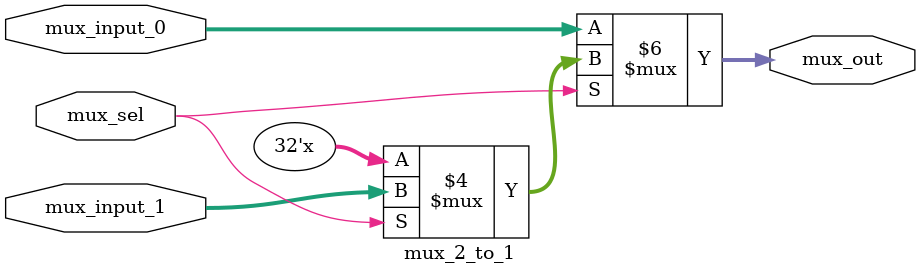
<source format=v>
`timescale 1 ns/10 ps
module mux_2_to_1(
	input wire [31:0] mux_input_0, mux_input_1, // mux inputs to select from
	input wire mux_sel, // mux select signal
	output reg [31:0] mux_out // mux output
);
	always@(*)
	begin
		if(mux_sel == 1) mux_out [31:0] <= mux_input_1 [31:0];
		if(mux_sel == 0) mux_out [31:0] <= mux_input_0 [31:0];
	end
endmodule
</source>
